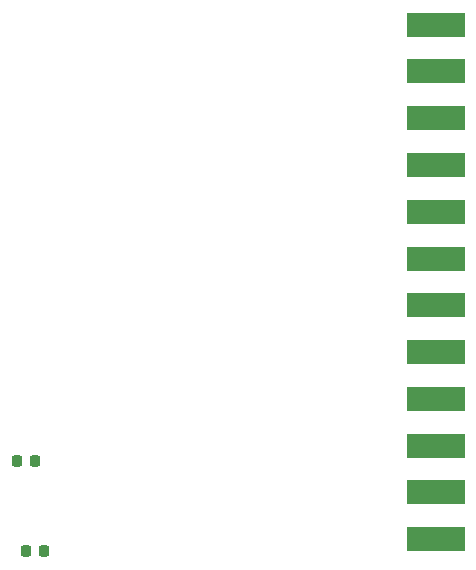
<source format=gbp>
%TF.GenerationSoftware,KiCad,Pcbnew,(6.0.0)*%
%TF.CreationDate,2022-08-18T22:07:18-04:00*%
%TF.ProjectId,gpib breakout,67706962-2062-4726-9561-6b6f75742e6b,rev?*%
%TF.SameCoordinates,Original*%
%TF.FileFunction,Paste,Bot*%
%TF.FilePolarity,Positive*%
%FSLAX46Y46*%
G04 Gerber Fmt 4.6, Leading zero omitted, Abs format (unit mm)*
G04 Created by KiCad (PCBNEW (6.0.0)) date 2022-08-18 22:07:18*
%MOMM*%
%LPD*%
G01*
G04 APERTURE LIST*
G04 Aperture macros list*
%AMRoundRect*
0 Rectangle with rounded corners*
0 $1 Rounding radius*
0 $2 $3 $4 $5 $6 $7 $8 $9 X,Y pos of 4 corners*
0 Add a 4 corners polygon primitive as box body*
4,1,4,$2,$3,$4,$5,$6,$7,$8,$9,$2,$3,0*
0 Add four circle primitives for the rounded corners*
1,1,$1+$1,$2,$3*
1,1,$1+$1,$4,$5*
1,1,$1+$1,$6,$7*
1,1,$1+$1,$8,$9*
0 Add four rect primitives between the rounded corners*
20,1,$1+$1,$2,$3,$4,$5,0*
20,1,$1+$1,$4,$5,$6,$7,0*
20,1,$1+$1,$6,$7,$8,$9,0*
20,1,$1+$1,$8,$9,$2,$3,0*%
G04 Aperture macros list end*
%ADD10R,5.000000X2.000000*%
%ADD11RoundRect,0.225000X0.225000X0.250000X-0.225000X0.250000X-0.225000X-0.250000X0.225000X-0.250000X0*%
G04 APERTURE END LIST*
D10*
%TO.C,J1*%
X238390500Y-73575000D03*
X238400500Y-77525000D03*
X238400500Y-81485000D03*
X238400500Y-85445000D03*
X238400500Y-89405000D03*
X238400500Y-93365000D03*
X238400500Y-97325000D03*
X238400500Y-101285000D03*
X238400500Y-105245000D03*
X238400500Y-109205000D03*
X238400500Y-113165000D03*
X238400500Y-117125000D03*
%TD*%
D11*
%TO.C,D1*%
X204470000Y-110490000D03*
X202920000Y-110490000D03*
%TD*%
%TO.C,D2*%
X205245000Y-118110000D03*
X203695000Y-118110000D03*
%TD*%
M02*

</source>
